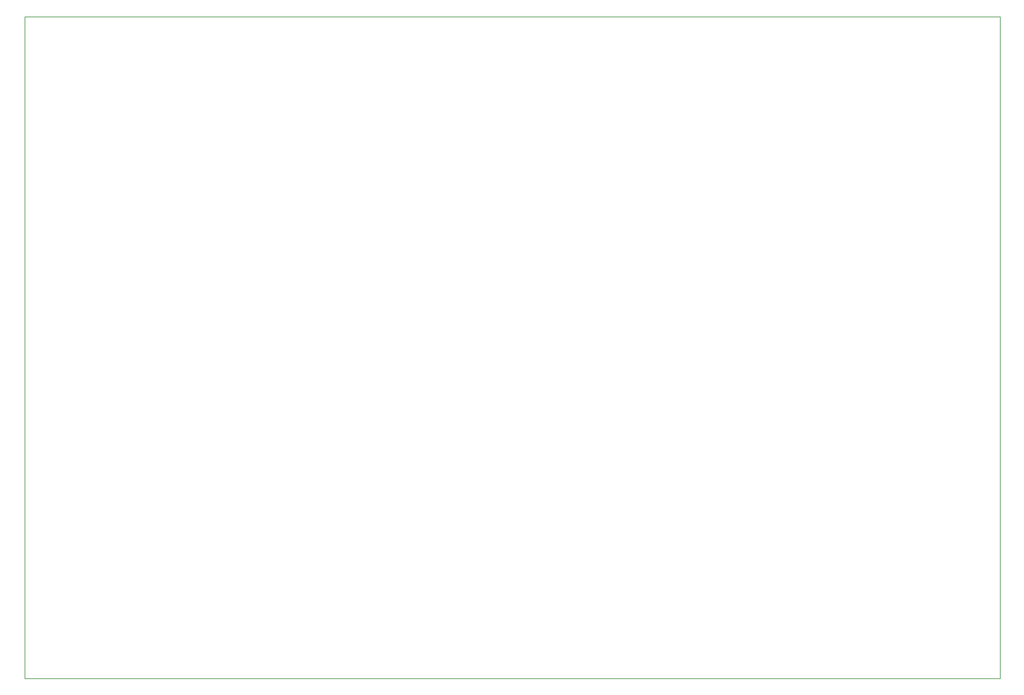
<source format=gbr>
%TF.GenerationSoftware,KiCad,Pcbnew,9.0.1*%
%TF.CreationDate,2025-11-11T21:16:56+00:00*%
%TF.ProjectId,Paper Tape Punch Driver Board,50617065-7220-4546-9170-652050756e63,rev?*%
%TF.SameCoordinates,Original*%
%TF.FileFunction,Profile,NP*%
%FSLAX46Y46*%
G04 Gerber Fmt 4.6, Leading zero omitted, Abs format (unit mm)*
G04 Created by KiCad (PCBNEW 9.0.1) date 2025-11-11 21:16:56*
%MOMM*%
%LPD*%
G01*
G04 APERTURE LIST*
%TA.AperFunction,Profile*%
%ADD10C,0.050000*%
%TD*%
G04 APERTURE END LIST*
D10*
X139500000Y-27500000D02*
X273500000Y-27500000D01*
X273500000Y-118500000D01*
X139500000Y-118500000D01*
X139500000Y-27500000D01*
M02*

</source>
